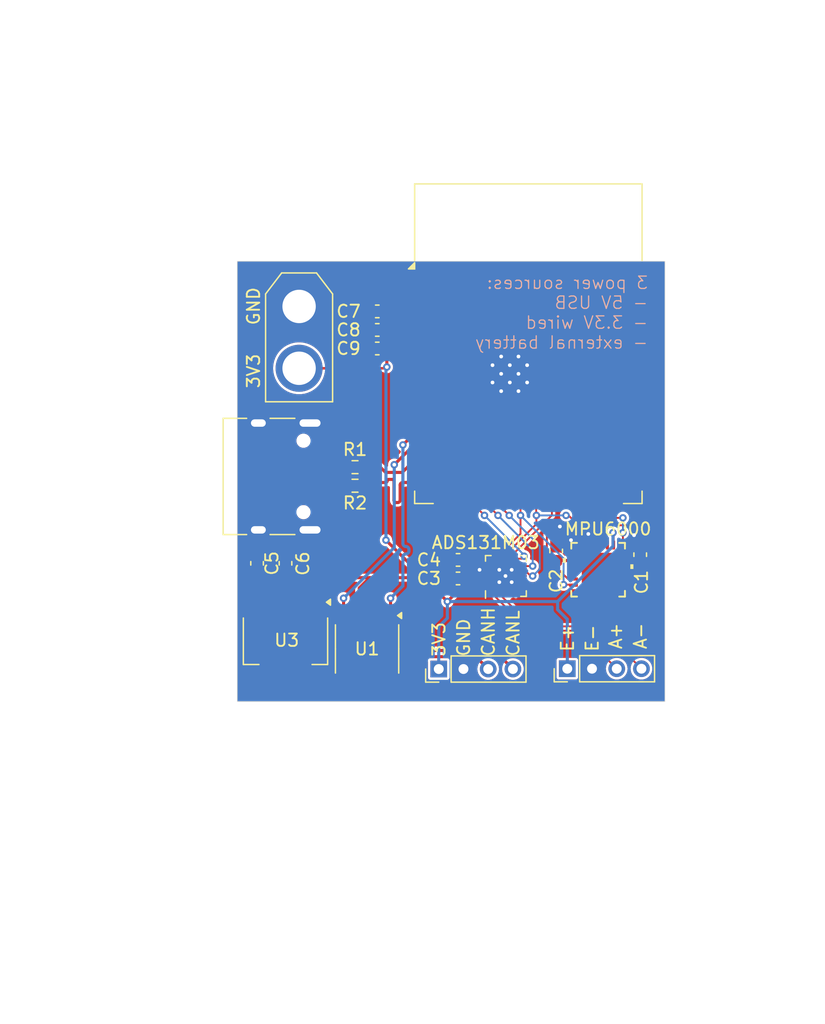
<source format=kicad_pcb>
(kicad_pcb (version 20240108) (generator "pcbnew") (generator_version "8.0")
  (layers (0 "F.Cu" signal) (31 "B.Cu" signal) (34 "B.Paste" user) (35 "F.Paste" user) (36 "B.SilkS" user "B.Silkscreen") (37 "F.SilkS" user "F.Silkscreen") (38 "B.Mask" user) (39 "F.Mask" user) (44 "Edge.Cuts" user))
  (net 0 "")
  (net 1 "+3V3")
  (net 2 "/SYNC_{ADC}")
  (net 3 "/ADS-")
  (net 5 "GND")
  (net 7 "/CLK_{ADC}")
  (net 8 "/SCLK")
  (net 9 "Net-(ADS131M03-CAP)")
  (net 10 "/ADS+")
  (net 11 "/DRDY_{ADC}")
  (net 12 "/MISO")
  (net 14 "/CS_{ADC}")
  (net 15 "/MOSI")
  (net 19 "Net-(MPU6000-REGOUT)")
  (net 20 "Net-(MPU6000-CPOUT)")
  (net 21 "+5V")
  (net 22 "/CANL")
  (net 23 "/CANH")
  (net 29 "/INT_{gyro}")
  (net 34 "/CS_{gyro}")
  (net 37 "Net-(P1-D+)")
  (net 38 "Net-(P1-D-)")
  (net 54 "/USB_{D}+")
  (net 55 "/USB_{D}-")
  (net 63 "/RX")
  (net 64 "/TX")
  (footprint "0_stuff:ads" (layer "F.Cu") (at 176.533334 82.4 90)
    (property "Reference" "ADS131M03" (at 2.7 -1.633334 0) (layer "F.SilkS"))
    (property "Value" "~")
    (pad "1" smd oval (at -1.4 -0.8 180) (size 0.2 0.6) (layers "F.Cu" "F.Paste" "F.Mask") (net 10 "/ADS+"))
    (pad "2" smd oval (at -1.4 -0.4 180) (size 0.2 0.6) (layers "F.Cu" "F.Paste" "F.Mask") (net 3 "/ADS-"))
    (pad "3" smd oval (at -1.4 0 180) (size 0.2 0.6) (layers "F.Cu" "F.Paste" "F.Mask"))
    (pad "4" smd oval (at -1.4 0.4 180) (size 0.2 0.6) (layers "F.Cu" "F.Paste" "F.Mask"))
    (pad "5" smd oval (at -1.4 0.8 180) (size 0.2 0.6) (layers "F.Cu" "F.Paste" "F.Mask"))
    (pad "6" smd oval (at -0.8 1.4 90) (size 0.2 0.6) (layers "F.Cu" "F.Paste" "F.Mask"))
    (pad "7" smd oval (at -0.4 1.4 90) (size 0.2 0.6) (layers "F.Cu" "F.Paste" "F.Mask"))
    (pad "8" smd oval (at 0 1.4 90) (size 0.2 0.6) (layers "F.Cu" "F.Paste" "F.Mask"))
    (pad "9" smd oval (at 0.4 1.4 90) (size 0.2 0.6) (layers "F.Cu" "F.Paste" "F.Mask") (net 2 "/SYNC_{ADC}"))
    (pad "10" smd oval (at 0.8 1.4 90) (size 0.2 0.6) (layers "F.Cu" "F.Paste" "F.Mask") (net 14 "/CS_{ADC}"))
    (pad "11" smd oval (at 1.4 0.8 180) (size 0.2 0.6) (layers "F.Cu" "F.Paste" "F.Mask") (net 11 "/DRDY_{ADC}"))
    (pad "12" smd oval (at 1.4 0.4 180) (size 0.2 0.6) (layers "F.Cu" "F.Paste" "F.Mask") (net 8 "/SCLK"))
    (pad "13" smd oval (at 1.4 0 180) (size 0.2 0.6) (layers "F.Cu" "F.Paste" "F.Mask") (net 12 "/MISO"))
    (pad "14" smd oval (at 1.4 -0.4 180) (size 0.2 0.6) (layers "F.Cu" "F.Paste" "F.Mask") (net 15 "/MOSI"))
    (pad "15" smd oval (at 1.4 -0.8 180) (size 0.2 0.6) (layers "F.Cu" "F.Paste" "F.Mask") (net 7 "/CLK_{ADC}"))
    (pad "16" smd oval (at 0.8 -1.4 90) (size 0.2 0.6) (layers "F.Cu" "F.Paste" "F.Mask") (net 9 "Net-(ADS131M03-CAP)"))
    (pad "17" smd oval (at 0.4 -1.4 90) (size 0.2 0.6) (layers "F.Cu" "F.Paste" "F.Mask") (net 5 "GND"))
    (pad "18" smd oval (at 0 -1.4 90) (size 0.2 0.6) (layers "F.Cu" "F.Paste" "F.Mask") (net 1 "+3V3"))
    (pad "19" smd oval (at -0.4 -1.4 90) (size 0.2 0.6) (layers "F.Cu" "F.Paste" "F.Mask") (net 1 "+3V3"))
    (pad "20" smd oval (at -0.8 -1.4 90) (size 0.2 0.6) (layers "F.Cu" "F.Paste" "F.Mask") (net 5 "GND"))
    (pad "21" smd rect (at 0 0 90) (size 1.7 1.7) (layers "F.Cu" "F.Mask") (net 5 "GND"))
  )
  (footprint "Connector_AMASS:AMASS_XT30U-M_1x02_P5.0mm_Vertical" (layer "F.Cu") (at 159.8 60.6 -90)
    (property "Reference" "J3" (hide yes))
    (property "Value" "Conn_01x02_Socket")
    (pad "1" thru_hole rect (at 0 0 270) (size 3.8 3.8) (drill 2.7) (layers "*.Cu" "*.Mask") (net 5 "GND"))
    (pad "2" thru_hole circle (at 5 0 270) (size 3.8 3.8) (drill 2.7) (layers "*.Cu" "*.Mask") (net 1 "+3V3"))
  )
  (footprint "Capacitor_SMD:C_0603_1608Metric" (layer "F.Cu") (at 158.7 81.375 -90)
    (property "Reference" "C6" (at 0.025 -1.4 90) (layer "F.SilkS"))
    (property "Value" "22u")
    (pad "1" smd roundrect (at -0.775 0 270) (size 0.9 0.95) (layers "F.Cu" "F.Paste" "F.Mask") (net 5 "GND"))
    (pad "2" smd roundrect (at 0.775 0 270) (size 0.9 0.95) (layers "F.Cu" "F.Paste" "F.Mask") (net 1 "+3V3"))
  )
  (footprint "0_stuff:QFN24_4X4X0P9_IVS" (layer "F.Cu") (at 183.9939 81.8939 90)
    (property "Reference" "MPU6000" (at 3.2939 0.8061 0) (layer "F.SilkS"))
    (property "Value" "~")
    (pad "1" smd rect (at -1.9939 -1.25 180) (size 0.254 0.7112) (layers "F.Cu" "F.Paste" "F.Mask") (net 5 "GND"))
    (pad "2" smd rect (at -1.9939 -0.750001 180) (size 0.254 0.7112) (layers "F.Cu" "F.Paste" "F.Mask"))
    (pad "3" smd rect (at -1.9939 -0.25 180) (size 0.254 0.7112) (layers "F.Cu" "F.Paste" "F.Mask"))
    (pad "4" smd rect (at -1.9939 0.25 180) (size 0.254 0.7112) (layers "F.Cu" "F.Paste" "F.Mask"))
    (pad "5" smd rect (at -1.9939 0.750001 180) (size 0.254 0.7112) (layers "F.Cu" "F.Paste" "F.Mask"))
    (pad "6" smd rect (at -1.9939 1.25 180) (size 0.254 0.7112) (layers "F.Cu" "F.Paste" "F.Mask") (net 5 "GND"))
    (pad "7" smd rect (at -1.25 1.9939 90) (size 0.254 0.7112) (layers "F.Cu" "F.Paste" "F.Mask") (net 5 "GND"))
    (pad "8" smd rect (at -0.750001 1.9939 90) (size 0.254 0.7112) (layers "F.Cu" "F.Paste" "F.Mask") (net 34 "/CS_{gyro}"))
    (pad "9" smd rect (at -0.25 1.9939 90) (size 0.254 0.7112) (layers "F.Cu" "F.Paste" "F.Mask") (net 12 "/MISO"))
    (pad "10" smd rect (at 0.25 1.9939 90) (size 0.254 0.7112) (layers "F.Cu" "F.Paste" "F.Mask") (net 19 "Net-(MPU6000-REGOUT)"))
    (pad "11" smd rect (at 0.750001 1.9939 90) (size 0.254 0.7112) (layers "F.Cu" "F.Paste" "F.Mask") (net 5 "GND"))
    (pad "12" smd rect (at 1.25 1.9939 90) (size 0.254 0.7112) (layers "F.Cu" "F.Paste" "F.Mask") (net 29 "/INT_{gyro}"))
    (pad "13" smd rect (at 1.9939 1.25 180) (size 0.254 0.7112) (layers "F.Cu" "F.Paste" "F.Mask") (net 1 "+3V3"))
    (pad "14" smd rect (at 1.9939 0.750001 180) (size 0.254 0.7112) (layers "F.Cu" "F.Paste" "F.Mask"))
    (pad "15" smd rect (at 1.9939 0.25 180) (size 0.254 0.7112) (layers "F.Cu" "F.Paste" "F.Mask"))
    (pad "16" smd rect (at 1.9939 -0.25 180) (size 0.254 0.7112) (layers "F.Cu" "F.Paste" "F.Mask"))
    (pad "17" smd rect (at 1.9939 -0.750001 180) (size 0.254 0.7112) (layers "F.Cu" "F.Paste" "F.Mask"))
    (pad "18" smd rect (at 1.9939 -1.25 180) (size 0.254 0.7112) (layers "F.Cu" "F.Paste" "F.Mask") (net 5 "GND"))
    (pad "19" smd rect (at 1.25 -1.9939 90) (size 0.254 0.7112) (layers "F.Cu" "F.Paste" "F.Mask"))
    (pad "20" smd rect (at 0.750001 -1.9939 90) (size 0.254 0.7112) (layers "F.Cu" "F.Paste" "F.Mask") (net 20 "Net-(MPU6000-CPOUT)"))
    (pad "21" smd rect (at 0.25 -1.9939 90) (size 0.254 0.7112) (layers "F.Cu" "F.Paste" "F.Mask"))
    (pad "22" smd rect (at -0.25 -1.9939 90) (size 0.254 0.7112) (layers "F.Cu" "F.Paste" "F.Mask"))
    (pad "23" smd rect (at -0.750001 -1.9939 90) (size 0.254 0.7112) (layers "F.Cu" "F.Paste" "F.Mask") (net 8 "/SCLK"))
    (pad "24" smd rect (at -1.25 -1.9939 90) (size 0.254 0.7112) (layers "F.Cu" "F.Paste" "F.Mask") (net 15 "/MOSI"))
    (pad "25" smd rect (at 0 0 90) (size 2.7432 2.6416) (layers "F.Cu" "F.Paste" "F.Mask"))
  )
  (footprint "Capacitor_SMD:C_0603_1608Metric" (layer "F.Cu") (at 166.125 62.5)
    (property "Reference" "C8" (at -2.325 0 0) (layer "F.SilkS"))
    (property "Value" "10n")
    (pad "1" smd roundrect (at -0.775 0) (size 0.9 0.95) (layers "F.Cu" "F.Paste" "F.Mask") (net 5 "GND"))
    (pad "2" smd roundrect (at 0.775 0) (size 0.9 0.95) (layers "F.Cu" "F.Paste" "F.Mask") (net 1 "+3V3"))
  )
  (footprint "Package_TO_SOT_SMD:SOT-223-3_TabPin2" (layer "F.Cu") (at 158.7 87.65 -90)
    (property "Reference" "U3" (at -0.05 -0.1 180) (layer "F.SilkS"))
    (property "Value" "AZ1117-3.3")
    (pad "1" smd roundrect (at -3.15 -2.3 270) (size 2 1.5) (layers "F.Cu" "F.Paste" "F.Mask") (net 5 "GND"))
    (pad "2" smd roundrect (at -3.15 0 270) (size 2 1.5) (layers "F.Cu" "F.Paste" "F.Mask") (net 1 "+3V3"))
    (pad "2" smd roundrect (at 3.15 0 270) (size 2 3.8) (layers "F.Cu" "F.Paste" "F.Mask") (net 1 "+3V3"))
    (pad "3" smd roundrect (at -3.15 2.3 270) (size 2 1.5) (layers "F.Cu" "F.Paste" "F.Mask") (net 21 "+5V"))
  )
  (footprint "Resistor_SMD:R_0603_1608Metric" (layer "F.Cu") (at 164.325 75.1)
    (property "Reference" "R2" (at 0 1.4 0) (layer "F.SilkS"))
    (property "Value" "22")
    (pad "1" smd roundrect (at -0.825 0) (size 0.8 0.95) (layers "F.Cu" "F.Paste" "F.Mask") (net 38 "Net-(P1-D-)"))
    (pad "2" smd roundrect (at 0.825 0) (size 0.8 0.95) (layers "F.Cu" "F.Paste" "F.Mask") (net 55 "/USB_{D}-"))
  )
  (footprint "Capacitor_SMD:C_0603_1608Metric" (layer "F.Cu") (at 172.658334 81.1)
    (property "Reference" "C4" (at -2.358334 0 0) (layer "F.SilkS"))
    (property "Value" "220n")
    (pad "1" smd roundrect (at -0.775 0) (size 0.9 0.95) (layers "F.Cu" "F.Paste" "F.Mask") (net 5 "GND"))
    (pad "2" smd roundrect (at 0.775 0) (size 0.9 0.95) (layers "F.Cu" "F.Paste" "F.Mask") (net 9 "Net-(ADS131M03-CAP)"))
  )
  (footprint "Resistor_SMD:R_0603_1608Metric" (layer "F.Cu") (at 164.325 73.6)
    (property "Reference" "R1" (at 0 -1.43 0) (layer "F.SilkS"))
    (property "Value" "22")
    (pad "1" smd roundrect (at -0.825 0) (size 0.8 0.95) (layers "F.Cu" "F.Paste" "F.Mask") (net 37 "Net-(P1-D+)"))
    (pad "2" smd roundrect (at 0.825 0) (size 0.8 0.95) (layers "F.Cu" "F.Paste" "F.Mask") (net 54 "/USB_{D}+"))
  )
  (footprint "RF_Module:ESP32-S3-WROOM-1" (layer "F.Cu") (at 178.35 63.59)
    (property "Reference" "U2" (hide yes))
    (property "Value" "ESP32-S3-WROOM-1")
    (pad "1" smd rect (at -8.75 -5.26) (size 1.5 0.9) (layers "F.Cu" "F.Paste" "F.Mask") (net 5 "GND"))
    (pad "2" smd rect (at -8.75 -3.99) (size 1.5 0.9) (layers "F.Cu" "F.Paste" "F.Mask") (net 1 "+3V3"))
    (pad "3" smd rect (at -8.75 -2.72) (size 1.5 0.9) (layers "F.Cu" "F.Paste" "F.Mask"))
    (pad "4" smd rect (at -8.75 -1.45) (size 1.5 0.9) (layers "F.Cu" "F.Paste" "F.Mask"))
    (pad "5" smd rect (at -8.75 -0.18) (size 1.5 0.9) (layers "F.Cu" "F.Paste" "F.Mask"))
    (pad "6" smd rect (at -8.75 1.09) (size 1.5 0.9) (layers "F.Cu" "F.Paste" "F.Mask"))
    (pad "7" smd rect (at -8.75 2.36) (size 1.5 0.9) (layers "F.Cu" "F.Paste" "F.Mask"))
    (pad "8" smd rect (at -8.75 3.63) (size 1.5 0.9) (layers "F.Cu" "F.Paste" "F.Mask"))
    (pad "9" smd rect (at -8.75 4.9) (size 1.5 0.9) (layers "F.Cu" "F.Paste" "F.Mask"))
    (pad "10" smd rect (at -8.75 6.17) (size 1.5 0.9) (layers "F.Cu" "F.Paste" "F.Mask"))
    (pad "11" smd rect (at -8.75 7.44) (size 1.5 0.9) (layers "F.Cu" "F.Paste" "F.Mask") (net 64 "/TX"))
    (pad "12" smd rect (at -8.75 8.71) (size 1.5 0.9) (layers "F.Cu" "F.Paste" "F.Mask") (net 63 "/RX"))
    (pad "13" smd rect (at -8.75 9.98) (size 1.5 0.9) (layers "F.Cu" "F.Paste" "F.Mask") (net 55 "/USB_{D}-"))
    (pad "14" smd rect (at -8.75 11.25 180) (size 1.5 0.9) (layers "F.Cu" "F.Paste" "F.Mask") (net 54 "/USB_{D}+"))
    (pad "15" smd rect (at -6.985 12.5 270) (size 1.5 0.9) (layers "F.Cu" "F.Paste" "F.Mask"))
    (pad "16" smd rect (at -5.715 12.5 270) (size 1.5 0.9) (layers "F.Cu" "F.Paste" "F.Mask") (net 7 "/CLK_{ADC}"))
    (pad "17" smd rect (at -4.445 12.5 270) (size 1.5 0.9) (layers "F.Cu" "F.Paste" "F.Mask") (net 11 "/DRDY_{ADC}"))
    (pad "18" smd rect (at -3.175 12.5 270) (size 1.5 0.9) (layers "F.Cu" "F.Paste" "F.Mask") (net 14 "/CS_{ADC}"))
    (pad "19" smd rect (at -1.905 12.5 270) (size 1.5 0.9) (layers "F.Cu" "F.Paste" "F.Mask") (net 2 "/SYNC_{ADC}"))
    (pad "20" smd rect (at -0.635 12.5 270) (size 1.5 0.9) (layers "F.Cu" "F.Paste" "F.Mask") (net 15 "/MOSI"))
    (pad "21" smd rect (at 0.635 12.5 270) (size 1.5 0.9) (layers "F.Cu" "F.Paste" "F.Mask") (net 12 "/MISO"))
    (pad "22" smd rect (at 1.905 12.5 270) (size 1.5 0.9) (layers "F.Cu" "F.Paste" "F.Mask") (net 8 "/SCLK"))
    (pad "23" smd rect (at 3.175 12.5 270) (size 1.5 0.9) (layers "F.Cu" "F.Paste" "F.Mask"))
    (pad "24" smd rect (at 4.445 12.5 270) (size 1.5 0.9) (layers "F.Cu" "F.Paste" "F.Mask"))
    (pad "25" smd rect (at 5.715 12.5 270) (size 1.5 0.9) (layers "F.Cu" "F.Paste" "F.Mask") (net 29 "/INT_{gyro}"))
    (pad "26" smd rect (at 6.985 12.5 270) (size 1.5 0.9) (layers "F.Cu" "F.Paste" "F.Mask") (net 34 "/CS_{gyro}"))
    (pad "27" smd rect (at 8.75 11.25) (size 1.5 0.9) (layers "F.Cu" "F.Paste" "F.Mask"))
    (pad "28" smd rect (at 8.75 9.98) (size 1.5 0.9) (layers "F.Cu" "F.Paste" "F.Mask"))
    (pad "29" smd rect (at 8.75 8.71) (size 1.5 0.9) (layers "F.Cu" "F.Paste" "F.Mask"))
    (pad "30" smd rect (at 8.75 7.44) (size 1.5 0.9) (layers "F.Cu" "F.Paste" "F.Mask"))
    (pad "31" smd rect (at 8.75 6.17) (size 1.5 0.9) (layers "F.Cu" "F.Paste" "F.Mask"))
    (pad "32" smd rect (at 8.75 4.9) (size 1.5 0.9) (layers "F.Cu" "F.Paste" "F.Mask"))
    (pad "33" smd rect (at 8.75 3.63) (size 1.5 0.9) (layers "F.Cu" "F.Paste" "F.Mask"))
    (pad "34" smd rect (at 8.75 2.36) (size 1.5 0.9) (layers "F.Cu" "F.Paste" "F.Mask"))
    (pad "35" smd rect (at 8.75 1.09) (size 1.5 0.9) (layers "F.Cu" "F.Paste" "F.Mask"))
    (pad "36" smd rect (at 8.75 -0.18) (size 1.5 0.9) (layers "F.Cu" "F.Paste" "F.Mask"))
    (pad "37" smd rect (at 8.75 -1.45) (size 1.5 0.9) (layers "F.Cu" "F.Paste" "F.Mask"))
    (pad "38" smd rect (at 8.75 -2.72) (size 1.5 0.9) (layers "F.Cu" "F.Paste" "F.Mask"))
    (pad "39" smd rect (at 8.75 -3.99) (size 1.5 0.9) (layers "F.Cu" "F.Paste" "F.Mask"))
    (pad "40" smd rect (at 8.75 -5.26) (size 1.5 0.9) (layers "F.Cu" "F.Paste" "F.Mask") (net 5 "GND"))
    (pad "41" thru_hole circle (at -2.9 1.76 90) (size 0.6 0.6) (drill 0.3) (property pad_prop_heatsink) (layers "*.Cu" "F.Mask") (net 5 "GND"))
    (pad "41" thru_hole circle (at -2.9 3.16) (size 0.6 0.6) (drill 0.3) (property pad_prop_heatsink) (layers "*.Cu" "F.Mask") (net 5 "GND"))
    (pad "41" thru_hole circle (at -2.2 1.06) (size 0.6 0.6) (drill 0.3) (property pad_prop_heatsink) (layers "*.Cu" "F.Mask") (net 5 "GND"))
    (pad "41" thru_hole circle (at -2.2 2.46) (size 0.6 0.6) (drill 0.3) (property pad_prop_heatsink) (layers "*.Cu" "F.Mask") (net 5 "GND"))
    (pad "41" thru_hole circle (at -2.2 3.86) (size 0.6 0.6) (drill 0.3) (property pad_prop_heatsink) (layers "*.Cu" "F.Mask") (net 5 "GND"))
    (pad "41" thru_hole circle (at -1.5 1.76) (size 0.6 0.6) (drill 0.3) (property pad_prop_heatsink) (layers "*.Cu" "F.Mask") (net 5 "GND"))
    (pad "41" smd rect (at -1.5 2.46 270) (size 3.9 3.9) (layers "F.Cu" "F.Mask") (net 5 "GND"))
    (pad "41" thru_hole circle (at -1.5 3.16) (size 0.6 0.6) (drill 0.3) (property pad_prop_heatsink) (layers "*.Cu" "F.Mask") (net 5 "GND"))
    (pad "41" thru_hole circle (at -0.8 1.06) (size 0.6 0.6) (drill 0.3) (property pad_prop_heatsink) (layers "*.Cu" "F.Mask") (net 5 "GND"))
    (pad "41" thru_hole circle (at -0.8 2.46) (size 0.6 0.6) (drill 0.3) (property pad_prop_heatsink) (layers "*.Cu" "F.Mask") (net 5 "GND"))
    (pad "41" thru_hole circle (at -0.8 3.86) (size 0.6 0.6) (drill 0.3) (property pad_prop_heatsink) (layers "*.Cu" "F.Mask") (net 5 "GND"))
    (pad "41" thru_hole circle (at -0.1 1.76) (size 0.6 0.6) (drill 0.3) (property pad_prop_heatsink) (layers "*.Cu" "F.Mask") (net 5 "GND"))
    (pad "41" thru_hole circle (at -0.1 3.16) (size 0.6 0.6) (drill 0.3) (property pad_prop_heatsink) (layers "*.Cu" "F.Mask") (net 5 "GND"))
    (zone (net 0) (net_name "") (layers "F.Cu" "In1.Cu" "B.Cu") (connect_pads (clearance 0)) (min_thickness 0.254)
      (keepout (tracks not_allowed) (vias not_allowed) (pads not_allowed) (copperpour not_allowed) (footprints not_allowed))
      (fill (thermal_gap 0.508) (thermal_bridge_width 0.508))
      (polygon (pts (xy 154.35 56.84) (xy 202.35 56.84) (xy 202.35 35.84) (xy 154.35 35.84)))
    )
  )
  (footprint "Capacitor_SMD:C_0603_1608Metric" (layer "F.Cu") (at 172.658334 82.6)
    (property "Reference" "C3" (at -2.358334 0 0) (layer "F.SilkS"))
    (property "Value" "1u")
    (pad "1" smd roundrect (at -0.775 0) (size 0.9 0.95) (layers "F.Cu" "F.Paste" "F.Mask") (net 5 "GND"))
    (pad "2" smd roundrect (at 0.775 0) (size 0.9 0.95) (layers "F.Cu" "F.Paste" "F.Mask") (net 1 "+3V3"))
  )
  (footprint "Connector_USB:USB_C_Receptacle_HRO_TYPE-C-31-M-12" (layer "F.Cu") (at 157.555 74.35 -90)
    (property "Reference" "P1" (hide yes))
    (property "Value" "USB_C_Plug_USB2.0")
    (pad "" np_thru_hole circle (at -2.89 -2.6 270) (size 0.65 0.65) (drill 0.65) (layers "*.Cu" "*.Mask"))
    (pad "" np_thru_hole circle (at 2.89 -2.6 270) (size 0.65 0.65) (drill 0.65) (layers "*.Cu" "*.Mask"))
    (pad "A1" smd rect (at -3.25 -4.045 270) (size 0.6 1.45) (layers "F.Cu" "F.Paste" "F.Mask") (net 5 "GND"))
    (pad "A4" smd rect (at -2.45 -4.045 270) (size 0.6 1.45) (layers "F.Cu" "F.Paste" "F.Mask") (net 21 "+5V"))
    (pad "A5" smd rect (at -1.25 -4.045 270) (size 0.3 1.45) (layers "F.Cu" "F.Paste" "F.Mask") (net 5 "GND"))
    (pad "A6" smd rect (at -0.25 -4.045 270) (size 0.3 1.45) (layers "F.Cu" "F.Paste" "F.Mask") (net 37 "Net-(P1-D+)"))
    (pad "A7" smd rect (at 0.25 -4.045 270) (size 0.3 1.45) (layers "F.Cu" "F.Paste" "F.Mask") (net 38 "Net-(P1-D-)"))
    (pad "A8" smd rect (at 1.25 -4.045 270) (size 0.3 1.45) (layers "F.Cu" "F.Paste" "F.Mask"))
    (pad "A9" smd rect (at 2.45 -4.045 270) (size 0.6 1.45) (layers "F.Cu" "F.Paste" "F.Mask") (net 21 "+5V"))
    (pad "A12" smd rect (at 3.25 -4.045 270) (size 0.6 1.45) (layers "F.Cu" "F.Paste" "F.Mask") (net 5 "GND"))
    (pad "B1" smd rect (at 3.25 -4.045 270) (size 0.6 1.45) (layers "F.Cu" "F.Paste" "F.Mask") (net 5 "GND"))
    (pad "B4" smd rect (at 2.45 -4.045 270) (size 0.6 1.45) (layers "F.Cu" "F.Paste" "F.Mask") (net 21 "+5V"))
    (pad "B5" smd rect (at 1.75 -4.045 270) (size 0.3 1.45) (layers "F.Cu" "F.Paste" "F.Mask") (net 5 "GND"))
    (pad "B6" smd rect (at 0.75 -4.045 270) (size 0.3 1.45) (layers "F.Cu" "F.Paste" "F.Mask"))
    (pad "B7" smd rect (at -0.75 -4.045 270) (size 0.3 1.45) (layers "F.Cu" "F.Paste" "F.Mask"))
    (pad "B8" smd rect (at -1.75 -4.045 270) (size 0.3 1.45) (layers "F.Cu" "F.Paste" "F.Mask"))
    (pad "B9" smd rect (at -2.45 -4.045 270) (size 0.6 1.45) (layers "F.Cu" "F.Paste" "F.Mask") (net 21 "+5V"))
    (pad "B12" smd rect (at -3.25 -4.045 270) (size 0.6 1.45) (layers "F.Cu" "F.Paste" "F.Mask") (net 5 "GND"))
    (pad "S1" thru_hole oval (at -4.32 -3.13 270) (size 1 2.1) (drill oval 0.6 1.7) (layers "*.Cu" "*.Mask") (net 5 "GND"))
    (pad "S1" thru_hole oval (at -4.32 1.05 270) (size 1 1.6) (drill oval 0.6 1.2) (layers "*.Cu" "*.Mask") (net 5 "GND"))
    (pad "S1" thru_hole oval (at 4.32 -3.13 270) (size 1 2.1) (drill oval 0.6 1.7) (layers "*.Cu" "*.Mask") (net 5 "GND"))
    (pad "S1" thru_hole oval (at 4.32 1.05 270) (size 1 1.6) (drill oval 0.6 1.2) (layers "*.Cu" "*.Mask") (net 5 "GND"))
  )
  (footprint "Capacitor_SMD:C_0603_1608Metric" (layer "F.Cu") (at 166.125 64)
    (property "Reference" "C9" (at -2.325 0 0) (layer "F.SilkS"))
    (property "Value" "1u")
    (pad "1" smd roundrect (at -0.775 0) (size 0.9 0.95) (layers "F.Cu" "F.Paste" "F.Mask") (net 5 "GND"))
    (pad "2" smd roundrect (at 0.775 0) (size 0.9 0.95) (layers "F.Cu" "F.Paste" "F.Mask") (net 1 "+3V3"))
  )
  (footprint "Capacitor_SMD:C_0603_1608Metric" (layer "F.Cu") (at 180.6 80.375 -90)
    (property "Reference" "C2" (at 2.425 0 -90) (layer "F.SilkS"))
    (property "Value" "2.2n")
    (pad "1" smd roundrect (at -0.775 0 270) (size 0.9 0.95) (layers "F.Cu" "F.Paste" "F.Mask") (net 5 "GND"))
    (pad "2" smd roundrect (at 0.775 0 270) (size 0.9 0.95) (layers "F.Cu" "F.Paste" "F.Mask") (net 20 "Net-(MPU6000-CPOUT)"))
  )
  (footprint "Connector_PinHeader_2.00mm:PinHeader_1x04_P2.00mm_Vertical" (layer "F.Cu") (at 181.5 89.9 90)
    (property "Reference" "J4" (hide yes))
    (property "Value" "Conn_01x04_Pin")
    (pad "1" thru_hole rect (at 0 0 90) (size 1.35 1.35) (drill 0.8) (layers "*.Cu" "*.Mask") (net 1 "+3V3"))
    (pad "2" thru_hole oval (at 0 2 90) (size 1.35 1.35) (drill 0.8) (layers "*.Cu" "*.Mask") (net 5 "GND"))
    (pad "3" thru_hole oval (at 0 4 90) (size 1.35 1.35) (drill 0.8) (layers "*.Cu" "*.Mask") (net 10 "/ADS+"))
    (pad "4" thru_hole oval (at 0 6 90) (size 1.35 1.35) (drill 0.8) (layers "*.Cu" "*.Mask") (net 3 "/ADS-"))
  )
  (footprint "Capacitor_SMD:C_0603_1608Metric" (layer "F.Cu") (at 166.125 61)
    (property "Reference" "C7" (at -2.325 0 0) (layer "F.SilkS"))
    (property "Value" "100n")
    (pad "1" smd roundrect (at -0.775 0) (size 0.9 0.95) (layers "F.Cu" "F.Paste" "F.Mask") (net 5 "GND"))
    (pad "2" smd roundrect (at 0.775 0) (size 0.9 0.95) (layers "F.Cu" "F.Paste" "F.Mask") (net 1 "+3V3"))
  )
  (footprint "Capacitor_SMD:C_0603_1608Metric" (layer "F.Cu") (at 156.4 81.375 -90)
    (property "Reference" "C5" (at 0 -1.2 90) (layer "F.SilkS"))
    (property "Value" "22u")
    (pad "1" smd roundrect (at -0.775 0 270) (size 0.9 0.95) (layers "F.Cu" "F.Paste" "F.Mask") (net 5 "GND"))
    (pad "2" smd roundrect (at 0.775 0 270) (size 0.9 0.95) (layers "F.Cu" "F.Paste" "F.Mask") (net 21 "+5V"))
  )
  (footprint "Capacitor_SMD:C_0603_1608Metric" (layer "F.Cu") (at 187.4 80.675 -90)
    (property "Reference" "C1" (at 2.225 -0.1 90) (layer "F.SilkS"))
    (property "Value" "100n")
    (pad "1" smd roundrect (at -0.775 0 270) (size 0.9 0.95) (layers "F.Cu" "F.Paste" "F.Mask") (net 5 "GND"))
    (pad "2" smd roundrect (at 0.775 0 270) (size 0.9 0.95) (layers "F.Cu" "F.Paste" "F.Mask") (net 19 "Net-(MPU6000-REGOUT)"))
  )
  (footprint "Connector_PinHeader_2.00mm:PinHeader_1x04_P2.00mm_Vertical" (layer "F.Cu") (at 171.1 89.925 90)
    (property "Reference" "J2" (hide yes))
    (property "Value" "Conn_01x04_Pin")
    (pad "1" thru_hole rect (at 0 0 90) (size 1.35 1.35) (drill 0.8) (layers "*.Cu" "*.Mask") (net 1 "+3V3"))
    (pad "2" thru_hole oval (at 0 2 90) (size 1.35 1.35) (drill 0.8) (layers "*.Cu" "*.Mask") (net 5 "GND"))
    (pad "3" thru_hole oval (at 0 4 90) (size 1.35 1.35) (drill 0.8) (layers "*.Cu" "*.Mask") (net 23 "/CANH"))
    (pad "4" thru_hole oval (at 0 6 90) (size 1.35 1.35) (drill 0.8) (layers "*.Cu" "*.Mask") (net 22 "/CANL"))
  )
  (footprint "Package_SO:SO-8_3.9x4.9mm_P1.27mm" (layer "F.Cu") (at 165.3 88.3 -90)
    (property "Reference" "U1" (at 0 0 180) (layer "F.SilkS"))
    (property "Value" "~" (hide yes))
    (pad "1" smd roundrect (at -2.575 -1.905 270) (size 1.75 0.6) (layers "F.Cu" "F.Paste" "F.Mask") (net 64 "/TX"))
    (pad "2" smd roundrect (at -2.575 -0.635 270) (size 1.75 0.6) (layers "F.Cu" "F.Paste" "F.Mask") (net 5 "GND"))
    (pad "3" smd roundrect (at -2.575 0.635 270) (size 1.75 0.6) (layers "F.Cu" "F.Paste" "F.Mask") (net 1 "+3V3"))
    (pad "4" smd roundrect (at -2.575 1.905 270) (size 1.75 0.6) (layers "F.Cu" "F.Paste" "F.Mask") (net 63 "/RX"))
    (pad "5" smd roundrect (at 2.575 1.905 270) (size 1.75 0.6) (layers "F.Cu" "F.Paste" "F.Mask"))
    (pad "6" smd roundrect (at 2.575 0.635 270) (size 1.75 0.6) (layers "F.Cu" "F.Paste" "F.Mask") (net 22 "/CANL"))
    (pad "7" smd roundrect (at 2.575 -0.635 270) (size 1.75 0.6) (layers "F.Cu" "F.Paste" "F.Mask") (net 23 "/CANH"))
    (pad "8" smd roundrect (at 2.575 -1.905 270) (size 1.75 0.6) (layers "F.Cu" "F.Paste" "F.Mask") (net 5 "GND"))
  )
  (gr_rect (start 154.8 56.95) (end 189.4 92.55) (stroke (width 0.05)) (fill none) (layer "Edge.Cuts"))
  (gr_text "3 power sources:\n- 5V USB\n- 3.3V wired\n- external battery" (at 188.1 64.1 0) (layer "B.SilkS") (effects (font (size 1 1) (thickness 0.1)) (justify left bottom mirror)))
  (gr_text "GND" (at 173.7 89 90) (layer "F.SilkS") (effects (font (size 1 1)) (justify left bottom)))
  (gr_text "CANL" (at 177.7 89 90) (layer "F.SilkS") (effects (font (size 1 1)) (justify left bottom)))
  (gr_text "GND" (at 156.7 62.2 90) (layer "F.SilkS") (effects (font (size 1 1)) (justify left bottom)))
  (gr_text "3V3" (at 156.7 67.3 90) (layer "F.SilkS") (effects (font (size 1 1)) (justify left bottom)))
  (gr_text "E-" (at 184.1 88.6 90) (layer "F.SilkS") (effects (font (size 1 1)) (justify left bottom)))
  (gr_text "3V3" (at 171.7 89 90) (layer "F.SilkS") (effects (font (size 1 1)) (justify left bottom)))
  (gr_text "CANH" (at 175.7 89 90) (layer "F.SilkS") (effects (font (size 1 1)) (justify left bottom)))
  (gr_text "E+" (at 182.1 88.6 90) (layer "F.SilkS") (effects (font (size 1 1)) (justify left bottom)))
  (gr_text "A+" (at 186 88.4 90) (layer "F.SilkS") (effects (font (size 1 1)) (justify left bottom)))
  (gr_text "A-" (at 188 88.4 90) (layer "F.SilkS") (effects (font (size 1 1)) (justify left bottom)))
  (segment (start 164.665 85.725) (end 164.665 83.370318) (width 0.25) (layer "F.Cu") (net 1))
  (segment (start 173.533334 82.6) (end 174.733334 82.6) (width 0.15) (layer "F.Cu") (net 1))
  (segment (start 168.3 59.6) (end 169.6 59.6) (width 0.25) (layer "F.Cu") (net 1))
  (segment (start 166.9 61) (end 168.3 59.6) (width 0.25) (layer "F.Cu") (net 1))
  (segment (start 170.814682 83.485318) (end 171.796031 84.466667) (width 0.25) (layer "F.Cu") (net 1))
  (segment (start 174.733334 82.6) (end 174.933334 82.4) (width 0.15) (layer "F.Cu") (net 1))
  (segment (start 160.664682 82.535318) (end 165.5 82.535318) (width 0.25) (layer "F.Cu") (net 1))
  (segment (start 166.829364 79.5) (end 169.864682 82.535318) (width 0.25) (layer "F.Cu") (net 1))
  (segment (start 166.8 65.6) (end 166.9 65.5) (width 0.2) (layer "F.Cu") (net 1))
  (segment (start 165.5 82.535318) (end 169.864682 82.535318) (width 0.25) (layer "F.Cu") (net 1))
  (segment (start 166.9 61) (end 166.9 65) (width 0.25) (layer "F.Cu") (net 1))
  (segment (start 164.665 83.370318) (end 165.5 82.535318) (width 0.25) (layer "F.Cu") (net 1))
  (segment (start 185.2 78.9) (end 185.2 79.8561) (width 0.25) (layer "F.Cu") (net 1))
  (segment (start 166.9 65) (end 166.9 65.5) (width 0.25) (layer "F.Cu") (net 1))
  (segment (start 173.433334 82.829364) (end 171.796031 84.466667) (width 0.25) (layer "F.Cu") (net 1))
  (segment (start 158.7 84.5) (end 160.664682 82.535318) (width 0.25) (layer "F.Cu") (net 1))
  (segment (start 159.8 65.6) (end 166.8 65.6) (width 0.2) (layer "F.Cu") (net 1))
  (segment (start 185.2 79.8561) (end 185.2439 79.9) (width 0.25) (layer "F.Cu") (net 1))
  (segment (start 169.864682 82.535318) (end 170.814682 83.485318) (width 0.25) (layer "F.Cu") (net 1))
  (segment (start 158.7 82.15) (end 158.7 84.5) (width 0.25) (layer "F.Cu") (net 1))
  (segment (start 174.733334 82.6) (end 174.933334 82.8) (width 0.15) (layer "F.Cu") (net 1))
  (segment (start 173.433334 82.6) (end 173.433334 82.829364) (width 0.25) (layer "F.Cu") (net 1))
  (via (at 166.829364 79.5) (size 0.6) (drill 0.3) (layers "F.Cu" "B.Cu") (net 1))
  (via (at 185.2 78.9) (size 0.6) (drill 0.3) (layers "F.Cu" "B.Cu") (net 1))
  (via (at 166.9 65.5) (size 0.6) (drill 0.3) (layers "F.Cu" "B.Cu") (net 1))
  (via (at 171.796031 84.466667) (size 0.6) (drill 0.3) (layers "F.Cu" "B.Cu") (net 1))
  (segment (start 171.1 86.5) (end 171.1 89.925) (width 0.25) (layer "B.Cu") (net 1))
  (segment (start 166.829364 65.570636) (end 166.829364 79.5) (width 0.25) (layer "B.Cu") (net 1))
  (segment (start 171.796031 85.803969) (end 171.1 86.5) (width 0.25) (layer "B.Cu") (net 1))
  (segment (start 185.2 79.983884) (end 185.2 78.9) (width 0.25) (layer "B.Cu") (net 1))
  (segment (start 166.829364 79.5) (end 166.8 79.470636) (width 0.25) (layer "B.Cu") (net 1))
  (segment (start 180.717217 85.117217) (end 181.5 85.9) (width 0.25) (layer "B.Cu") (net 1))
  (segment (start 171.796031 84.466667) (end 171.796031 85.803969) (width 0.25) (layer "B.Cu") (net 1))
  (segment (start 180.717217 84.466667) (end 180.717217 85.117217) (width 0.25) (layer "B.Cu") (net 1))
  (segment (start 166.9 65.5) (end 166.829364 65.570636) (width 0.25) (layer "B.Cu") (net 1))
  (segment (start 171.796031 84.466667) (end 180.717217 84.466667) (width 0.25) (layer "B.Cu") (net 1))
  (segment (start 181.5 85.9) (end 181.5 89.9) (width 0.25) (layer "B.Cu") (net 1))
  (segment (start 180.717217 84.466667) (end 185.2 79.983884) (width 0.25) (layer "B.Cu") (net 1))
  (segment (start 177.933334 82) (end 178.133334 82) (width 0.15) (layer "F.Cu") (net 2))
  (segment (start 176.8 77.5) (end 176.445 77.145) (width 0.15) (layer "F.Cu") (net 2))
  (segment (start 178.133334 82) (end 178.533334 82.4) (width 0.15) (layer "F.Cu") (net 2))
  (segment (start 178.533334 82.4) (end 178.7 82.4) (width 0.15) (layer "F.Cu") (net 2))
  (segment (start 176.445 77.145) (end 176.445 76.09) (width 0.15) (layer "F.Cu") (net 2))
  (via (at 178.7 82.4) (size 0.6) (drill 0.3) (layers "F.Cu" "B.Cu") (net 2))
  (via (at 176.8 77.5) (size 0.6) (drill 0.3) (layers "F.Cu" "B.Cu") (net 2))
  (segment (start 179.275 79.975) (end 179.275 81.838173) (width 0.15) (layer "B.Cu") (net 2))
  (segment (start 179.275 81.838173) (end 178.713173 82.4) (width 0.15) (layer "B.Cu") (net 2))
  (segment (start 178.713173 82.4) (end 178.7 82.4) (width 0.15) (layer "B.Cu") (net 2))
  (segment (start 176.8 77.5) (end 179.275 79.975) (width 0.15) (layer "B.Cu") (net 2))
  (segment (start 176.133334 83.988909) (end 178.619425 86.475) (width 0.15) (layer "F.Cu") (net 3))
  (segment (start 176.133334 83.8) (end 176.133334 83.988909) (width 0.15) (layer "F.Cu") (net 3))
  (segment (start 184.075 86.475) (end 187.5 89.9) (width 0.15) (layer "F.Cu") (net 3))
  (segment (start 178.619425 86.475) (end 184.075 86.475) (width 0.15) (layer "F.Cu") (net 3))
  (segment (start 165.9 84.97) (end 165.93 85) (width 0.25) (layer "F.Cu") (net 5))
  (via (at 181.8 79.5) (size 0.6) (drill 0.3) (layers "F.Cu" "B.Cu") (net 5))
  (via (at 186.9 79.1) (size 0.6) (drill 0.3) (layers "F.Cu" "B.Cu") (net 5))
  (via (at 174.4 81.9) (size 0.6) (drill 0.3) (layers "F.Cu" "B.Cu") (net 5))
  (via (at 177 82.9) (size 0.5) (drill 0.3) (layers "F.Cu" "B.Cu") (net 5))
  (via (at 183.2 79) (size 0.6) (drill 0.3) (layers "F.Cu" "B.Cu") (net 5))
  (via (at 176 82.9) (size 0.5) (drill 0.3) (layers "F.Cu" "B.Cu") (net 5))
  (via (at 176.5 82.4) (size 0.5) (drill 0.3) (layers "F.Cu" "B.Cu") (net 5))
  (via (at 176 81.9) (size 0.5) (drill 0.3) (layers "F.Cu" "B.Cu") (net 5))
  (via (at 180.9 78.4) (size 0.6) (drill 0.3) (layers "F.Cu" "B.Cu") (net 5))
  (via (at 177 81.9) (size 0.5) (drill 0.3) (layers "F.Cu" "B.Cu") (net 5))
  (segment (start 172.635 76.09) (end 172.635 76.57) (width 0.15) (layer "F.Cu") (net 7))
  (segment (start 172.635 76.57) (end 175.733334 79.668334) (width 0.15) (layer "F.Cu") (net 7))
  (segment (start 175.733334 79.668334) (end 175.733334 81) (width 0.15) (layer "F.Cu") (net 7))
  (segment (start 180.255 76.09) (end 180.255 77.489424) (width 0.15) (layer "F.Cu") (net 8))
  (segment (start 180.788173 81.875) (end 180.136658 81.875) (width 0.15) (layer "F.Cu") (net 8))
  (segment (start 181.557074 82.643901) (end 180.788173 81.875) (width 0.15) (layer "F.Cu") (net 8))
  (segment (start 182 82.643901) (end 181.557074 82.643901) (width 0.15) (layer "F.Cu") (net 8))
  (segment (start 176.933334 80.811091) (end 179.847213 77.897212) (width 0.15) (layer "F.Cu") (net 8))
  (segment (start 179.847213 81.585555) (end 179.847213 77.897212) (width 0.15) (layer "F.Cu") (net 8))
  (segment (start 180.255 77.489424) (end 179.822212 77.922212) (width 0.15) (layer "F.Cu") (net 8))
  (segment (start 180.136658 81.875) (end 179.847213 81.585555) (width 0.15) (layer "F.Cu") (net 8))
  (segment (start 176.933334 81) (end 176.933334 80.811091) (width 0.15) (layer "F.Cu") (net 8))
  (segment (start 174.633334 81.1) (end 175.133334 81.6) (width 0.15) (layer "F.Cu") (net 9))
  (segment (start 173.433334 81.1) (end 174.633334 81.1) (width 0.15) (layer "F.Cu") (net 9))
  (segment (start 175.733334 83.8) (end 175.733334 84.133334) (width 0.15) (layer "F.Cu") (net 10))
  (segment (start 178.425 86.825) (end 182.425 86.825) (width 0.15) (layer "F.Cu") (net 10))
  (segment (start 182.425 86.825) (end 185.5 89.9) (width 0.15) (layer "F.Cu") (net 10))
  (segment (start 175.733334 84.133334) (end 178.425 86.825) (width 0.15) (layer "F.Cu") (net 10))
  (segment (start 173.905 76.605) (end 173.905 76.09) (width 0.15) (layer "F.Cu") (net 11))
  (segment (start 178 80.8) (end 177.8 81) (width 0.15) (layer "F.Cu") (net 11))
  (segment (start 174.8 77.5) (end 173.905 76.605) (width 0.15) (layer "F.Cu") (net 11))
  (segment (start 177.8 81) (end 177.333334 81) (width 0.15) (layer "F.Cu") (net 11))
  (via (at 178 80.8) (size 0.6) (drill 0.3) (layers "F.Cu" "B.Cu") (net 11))
  (via (at 174.8 77.5) (size 0.6) (drill 0.3) (layers "F.Cu" "B.Cu") (net 11))
  (segment (start 174.8 77.5) (end 178 80.7) (width 0.15) (layer "B.Cu") (net 11))
  (segment (start 178 80.7) (end 178 80.8) (width 0.15) (layer "B.Cu") (net 11))
  (segment (start 187.925 82.175) (end 186.0189 82.175) (width 0.15) (layer "F.Cu") (net 12))
  (segment (start 178.985 77.485) (end 179 77.5) (width 0.15) (layer "F.Cu") (net 12))
  (segment (start 182.4 78.3) (end 187.005026 78.3) (width 0.15) (layer "F.Cu") (net 12))
  (segment (start 181.6 77.5) (end 182.4 78.3) (width 0.15) (layer "F.Cu") (net 12))
  (segment (start 188.15 79.444974) (end 188.15 81.95) (width 0.15) (layer "F.Cu") (net 12))
  (segment (start 181.4 77.5) (end 181.6 77.5) (width 0.15) (layer "F.Cu") (net 12))
  (segment (start 179 78.194974) (end 179 77.5) (width 0.15) (layer "F.Cu") (net 12))
  (segment (start 176.533334 80.66164) (end 179 78.194974) (width 0.15) (layer "F.Cu") (net 12))
  (segment (start 188.15 81.95) (end 187.925 82.175) (width 0.15) (layer "F.Cu") (net 12))
  (segment (start 176.533334 81) (end 176.533334 80.66164) (width 0.15) (layer "F.Cu") (net 12))
  (segment (start 178.985 76.09) (end 178.985 77.485) (width 0.15) (layer "F.Cu") (net 12))
  (segment (start 187.005026 78.3) (end 188.15 79.444974) (width 0.15) (layer "F.Cu") (net 12))
  (segment (start 186.0189 82.175) (end 185.9878 82.1439) (width 0.15) (layer "F.Cu") (net 12))
  (via (at 181.4 77.5) (size 0.6) (drill 0.3) (layers "F.Cu" "B.Cu") (net 12))
  (via (at 179 77.5) (size 0.6) (drill 0.3) (layers "F.Cu" "B.Cu") (net 12))
  (segment (start 179 77.5) (end 181.4 77.5) (width 0.15) (layer "B.Cu") (net 12))
  (segment (start 175.893413 77.5) (end 175.175 76.781587) (width 0.15) (layer "F.Cu") (net 14))
  (segment (start 178.7 81.6) (end 177.933334 81.6) (width 0.15) (layer "F.Cu") (net 14))
  (segment (start 175.175 76.781587) (end 175.175 76.09) (width 0.15) (layer "F.Cu") (net 14))
  (via (at 178.7 81.6) (size 0.6) (drill 0.3) (layers "F.Cu" "B.Cu") (net 14))
  (via (at 175.893413 77.5) (size 0.6) (drill 0.3) (layers "F.Cu" "B.Cu") (net 14))
  (segment (start 178.7 80.306587) (end 178.7 81.6) (width 0.15) (layer "B.Cu") (net 14))
  (segment (start 175.893413 77.5) (end 178.7 80.306587) (width 0.15) (layer "B.Cu") (net 14))
  (segment (start 175.893413 77.5) (end 175.9 77.5) (width 0.15) (layer "B.Cu") (net 14))
  (segment (start 176.133334 80.566666) (end 176.133334 81) (width 0.15) (layer "F.Cu") (net 15))
  (segment (start 177.715 78.985) (end 176.133334 80.566666) (width 0.15) (layer "F.Cu") (net 15))
  (segment (start 181.9561 83.1) (end 182 83.1439) (width 0.15) (layer "F.Cu") (net 15))
  (segment (start 181.2 83.1) (end 181.9561 83.1) (width 0.15) (layer "F.Cu") (net 15))
  (segment (start 177.715 76.09) (end 177.715 78.985) (width 0.15) (layer "F.Cu") (net 15))
  (via (at 181.2 83.1) (size 0.6) (drill 0.3) (layers "F.Cu" "B.Cu") (net 15))
  (via (at 177.715 77.5) (size 0.6) (drill 0.3) (layers "F.Cu" "B.Cu") (net 15))
  (segment (start 181.2 80.985) (end 181.2 83.1) (width 0.15) (layer "B.Cu") (net 15))
  (segment (start 177.715 77.5) (end 181.2 80.985) (width 0.15) (layer "B.Cu") (net 15))
  (segment (start 187.2061 81.6439) (end 185.9878 81.6439) (width 0.15) (layer "F.Cu") (net 19))
  (segment (start 187.4 81.45) (end 187.2061 81.6439) (width 0.15) (layer "F.Cu") (net 19))
  (segment (start 181.993899 81.15) (end 182 81.143899) (width 0.25) (layer "F.Cu") (net 20))
  (segment (start 180.6 81.15) (end 181.993899 81.15) (width 0.25) (layer "F.Cu") (net 20))
  (segment (start 156.4 84.5) (end 157.9 83) (width 0.25) (layer "F.Cu") (net 21))
  (segment (start 157.9 78.505051) (end 159.865051 76.54) (width 0.25) (layer "F.Cu") (net 21))
  (segment (start 156.4 82.15) (end 156.4 84.5) (width 0.25) (layer "F.Cu") (net 21))
  (segment (start 160.704949 76.8) (end 161.6 76.8) (width 0.25) (layer "F.Cu") (net 21))
  (segment (start 157.9 83) (end 157.9 78.505051) (width 0.25) (layer "F.Cu") (net 21))
  (segment (start 159.865051 76.54) (end 160.444949 76.54) (width 0.25) (layer "F.Cu") (net 21))
  (segment (start 160.444949 76.54) (end 160.704949 76.8) (width 0.25) (layer "F.Cu") (net 21))
  (segment (start 166.240001 88.425) (end 175.6 88.425) (width 0.25) (layer "F.Cu") (net 22))
  (segment (start 175.6 88.425) (end 177.1 89.925) (width 0.25) (layer "F.Cu") (net 22))
  (segment (start 164.665 90.000001) (end 166.240001 88.425) (width 0.25) (layer "F.Cu") (net 22))
  (segment (start 169.32 90.477058) (end 169.2 90.477058) (width 0.25) (layer "F.Cu") (net 23))
  (segment (start 175.1 89.925) (end 174.1 88.925) (width 0.25) (layer "F.Cu") (net 23))
  (segment (start 166.3375 89.597501) (end 165.935 90.000001) (width 0.25) (layer "F.Cu") (net 23))
  (segment (start 168.72 88.925) (end 168.6 88.925) (width 0.25) (layer "F.Cu") (net 23))
  (segment (start 174.1 88.925) (end 169.8 88.925) (width 0.25) (layer "F.Cu") (net 23))
  (segment (start 168.36 89.165) (end 168.36 89.387058) (width 0.25) (layer "F.Cu") (net 23))
  (segment (start 167.010001 88.925) (end 166.3375 89.597501) (width 0.25) (layer "F.Cu") (net 23))
  (segment (start 169.56 89.165) (end 169.56 90.237058) (width 0.25) (layer "F.Cu") (net 23))
  (segment (start 168.96 90.237058) (end 168.96 89.165) (width 0.25) (layer "F.Cu") (net 23))
  (segment (start 167.76 89.387058) (end 167.76 89.165) (width 0.25) (layer "F.Cu") (net 23))
  (segment (start 167.52 88.925) (end 167.4 88.925) (width 0.25) (layer "F.Cu") (net 23))
  (segment (start 167.4 88.925) (end 167.010001 88.925) (width 0.25) (layer "F.Cu") (net 23))
  (segment (start 168.12 89.627058) (end 168 89.627058) (width 0.25) (layer "F.Cu") (net 23))
  (arc (start 167.76 89.165) (mid 167.689706 88.995294) (end 167.52 88.925) (width 0.25) (layer "F.Cu") (net 23))
  (arc (start 169.8 88.925) (mid 169.630294 88.995294) (end 169.56 89.165) (width 0.25) (layer "F.Cu") (net 23))
  (arc (start 169.56 90.237058) (mid 169.489706 90.406764) (end 169.32 90.477058) (width 0.25) (layer "F.Cu") (net 23))
  (arc (start 169.2 90.477058) (mid 169.030294 90.406764) (end 168.96 90.237058) (width 0.25) (layer "F.Cu") (net 23))
  (arc (start 168.36 89.387058) (mid 168.289706 89.556764) (end 168.12 89.627058) (width 0.25) (layer "F.Cu") (net 23))
  (arc (start 168.96 89.165) (mid 168.889706 88.995294) (end 168.72 88.925) (width 0.25) (layer "F.Cu") (net 23))
  (arc (start 168.6 88.925) (mid 168.430294 88.995294) (end 168.36 89.165) (width 0.25) (layer "F.Cu") (net 23))
  (arc (start 168 89.627058) (mid 167.830294 89.556764) (end 167.76 89.387058) (width 0.25) (layer "F.Cu") (net 23))
  (segment (start 186 78.9) (end 186 80.6317) (width 0.15) (layer "F.Cu") (net 29))
  (segment (start 186 80.6317) (end 185.9878 80.6439) (width 0.15) (layer "F.Cu") (net 29))
  (segment (start 184.065 76.57) (end 185.195 77.7) (width 0.15) (layer "F.Cu") (net 29))
  (segment (start 185.195 77.7) (end 186 77.7) (width 0.15) (layer "F.Cu") (net 29))
  (segment (start 184.065 76.09) (end 184.065 76.57) (width 0.15) (layer "F.Cu") (net 29))
  (via (at 186 78.9) (size 0.6) (drill 0.3) (layers "F.Cu" "B.Cu") (net 29))
  (via (at 186 77.7) (size 0.6) (drill 0.3) (layers "F.Cu" "B.Cu") (net 29))
  (segment (start 186 77.7) (end 186 78.9) (width 0.15) (layer "B.Cu") (net 29))
  (segment (start 187.951073 82.643901) (end 185.9878 82.643901) (width 0.15) (layer "F.Cu") (net 34))
  (segment (start 188.5 79.255) (end 188.5 82.094974) (width 0.15) (layer "F.Cu") (net 34))
  (segment (start 188.5 82.094974) (end 187.951073 82.643901) (width 0.15) (layer "F.Cu") (net 34))
  (segment (start 185.335 76.09) (end 188.5 79.255) (width 0.15) (layer "F.Cu") (net 34))
  (segment (start 163 74.1) (end 161.6 74.1) (width 0.25) (layer "F.Cu") (net 37))
  (segment (start 163.5 73.6) (end 163 74.1) (width 0.25) (layer "F.Cu") (net 37))
  (segment (start 161.6 74.6) (end 163 74.6) (width 0.25) (layer "F.Cu") (net 38))
  (segment (start 163 74.6) (end 163.5 75.1) (width 0.25) (layer "F.Cu") (net 38))
  (segment (start 168.275 74.84) (end 168.5 74.84) (width 0.25) (layer "F.Cu") (net 54))
  (segment (start 165.15 73.6) (end 166.39 74.84) (width 0.25) (layer "F.Cu") (net 54))
  (segment (start 167.975 76.265143) (end 167.975 75.04) (width 0.25) (layer "F.Cu") (net 54))
  (segment (start 166.39 74.84) (end 166.8 74.84) (width 0.25) (layer "F.Cu") (net 54))
  (segment (start 167.475 74.84) (end 167.475 76.265143) (width 0.25) (layer "F.Cu") (net 54))
  (segment (start 167.475 74.715) (end 167.475 74.84) (width 0.25) (layer "F.Cu") (net 54))
  (segment (start 167.675 76.465143) (end 167.775 76.465143) (width 0.25) (layer "F.Cu") (net 54))
  (segment (start 168.175 74.84) (end 168.275 74.84) (width 0.25) (layer "F.Cu") (net 54))
  (segment (start 168.5 74.84) (end 169.6 74.84) (width 0.25) (layer "F.Cu") (net 54))
  (segment (start 167.05 74.59) (end 167.35 74.59) (width 0.25) (layer "F.Cu") (net 54))
  (arc (start 167.775 76.465143) (mid 167.916421 76.406564) (end 167.975 76.265143) (width 0.25) (layer "F.Cu") (net 54))
  (arc (start 166.8 74.84) (mid 166.888388 74.803388) (end 166.925 74.715) (width 0.25) (layer "F.Cu") (net 54))
  (arc (start 167.35 74.59) (mid 167.438388 74.626612) (end 167.475 74.715) (width 0.25) (layer "F.Cu") (net 54))
  (arc (start 167.975 75.04) (mid 168.033579 74.898579) (end 168.175 74.84) (width 0.25) (layer "F.Cu") (net 54))
  (arc (start 167.475 76.265143) (mid 167.533579 76.406564) (end 167.675 76.465143) (width 0.25) (layer "F.Cu") (net 54))
  (arc (start 166.925 74.715) (mid 166.961612 74.626612) (end 167.05 74.59) (width 0.25) (layer "F.Cu") (net 54))
  (segment (start 164.425 73.1) (end 164.425 74.375) (width 0.25) (layer "F.Cu") (net 55))
  (segment (start 168.145 74.025) (end 166.798004 74.025) (width 0.25) (layer "F.Cu") (net 55))
  (segment (start 166.798004 74.025) (end 165.573004 72.8) (width 0.25) (layer "F.Cu") (net 55))
  (segment (start 165.573004 72.8) (end 164.725 72.8) (width 0.25) (layer "F.Cu") (net 55))
  (segment (start 169.6 73.57) (end 168.6 73.57) (width 0.25) (layer "F.Cu") (net 55))
  (segment (start 168.6 73.57) (end 168.145 74.025) (width 0.25) (layer "F.Cu") (net 55))
  (segment (start 164.425 74.375) (end 165.15 75.1) (width 0.25) (layer "F.Cu") (net 55))
  (segment (start 164.725 72.8) (end 164.425 73.1) (width 0.25) (layer "F.Cu") (net 55))
  (segment (start 168.6 72.3) (end 167.5 73.4) (width 0.25) (layer "F.Cu") (net 63))
  (segment (start 169.6 72.3) (end 168.6 72.3) (width 0.25) (layer "F.Cu") (net 63))
  (segment (start 163.4 84.2) (end 163.4 85.72) (width 0.25) (layer "F.Cu") (net 63))
  (segment (start 163.4 85.72) (end 163.395 85.725) (width 0.25) (layer "F.Cu") (net 63))
  (via (at 163.4 84.2) (size 0.6) (drill 0.3) (layers "F.Cu" "B.Cu") (net 63))
  (via (at 167.5 73.4) (size 0.6) (drill 0.3) (layers "F.Cu" "B.Cu") (net 63))
  (segment (start 167.5 80.1) (end 163.4 84.2) (width 0.25) (layer "B.Cu") (net 63))
  (segment (start 167.5 73.4) (end 167.5 80.1) (width 0.25) (layer "B.Cu") (net 63))
  (segment (start 167.2 84.2) (end 167.2 85.72) (width 0.25) (layer "F.Cu") (net 64))
  (segment (start 167.2 85.72) (end 167.205 85.725) (width 0.25) (layer "F.Cu") (net 64))
  (segment (start 168.2 71.8) (end 168.97 71.03) (width 0.25) (layer "F.Cu") (net 64))
  (segment (start 168.97 71.03) (end 169.6 71.03) (width 0.25) (layer "F.Cu") (net 64))
  (via (at 167.2 84.2) (size 0.6) (drill 0.3) (layers "F.Cu" "B.Cu") (net 64))
  (via (at 168.2 71.8) (size 0.6) (drill 0.3) (layers "F.Cu" "B.Cu") (net 64))
  (segment (start 168.2 80.976946) (end 168.2 83.2) (width 0.25) (layer "B.Cu") (net 64))
  (segment (start 168.2 83.2) (end 167.79865 83.60135) (width 0.25) (layer "B.Cu") (net 64))
  (segment (start 167.79865 83.60135) (end 167.2 84.2) (width 0.25) (layer "B.Cu") (net 64))
  (segment (start 168.446548 80.616946) (end 168.44 80.616946) (width 0.25) (layer "B.Cu") (net 64))
  (segment (start 168.44 80.016946) (end 168.446548 80.016946) (width 0.25) (layer "B.Cu") (net 64))
  (segment (start 168.2 71.8) (end 168.2 79.776946) (width 0.25) (layer "B.Cu") (net 64))
  (segment (start 168.686548 80.256946) (end 168.686548 80.376946) (width 0.25) (layer "B.Cu") (net 64))
  (segment (start 168.2 80.856946) (end 168.2 80.976946) (width 0.25) (layer "B.Cu") (net 64))
  (arc (start 168.44 80.616946) (mid 168.270294 80.68724) (end 168.2 80.856946) (width 0.25) (layer "B.Cu") (net 64))
  (arc (start 168.446548 80.016946) (mid 168.616254 80.08724) (end 168.686548 80.256946) (width 0.25) (layer "B.Cu") (net 64))
  (arc (start 168.2 79.776946) (mid 168.270294 79.946652) (end 168.44 80.016946) (width 0.25) (layer "B.Cu") (net 64))
  (arc (start 168.686548 80.376946) (mid 168.616254 80.546652) (end 168.446548 80.616946) (width 0.25) (layer "B.Cu") (net 64))
  (zone (net 5) (net_name "GND") (layer "F.Cu") (connect_pads yes (clearance 0.2)) (min_thickness 0.25) (fill yes (thermal_gap 0.5) (thermal_bridge_width 0.5))
    (polygon (pts (xy 140.4 50.4) (xy 189.4 50.4) (xy 189.4 93) (xy 140.4 93)))
  )
  (zone (net 5) (net_name "GND") (layer "B.Cu") (priority 1) (connect_pads yes (clearance 0.2)) (min_thickness 0.25) (fill yes (thermal_gap 0.5) (thermal_bridge_width 0.5))
    (polygon (pts (xy 143.5 56.8) (xy 189.4 56.8) (xy 189.4 93.5) (xy 143.5 93.5)))
  )
)
</source>
